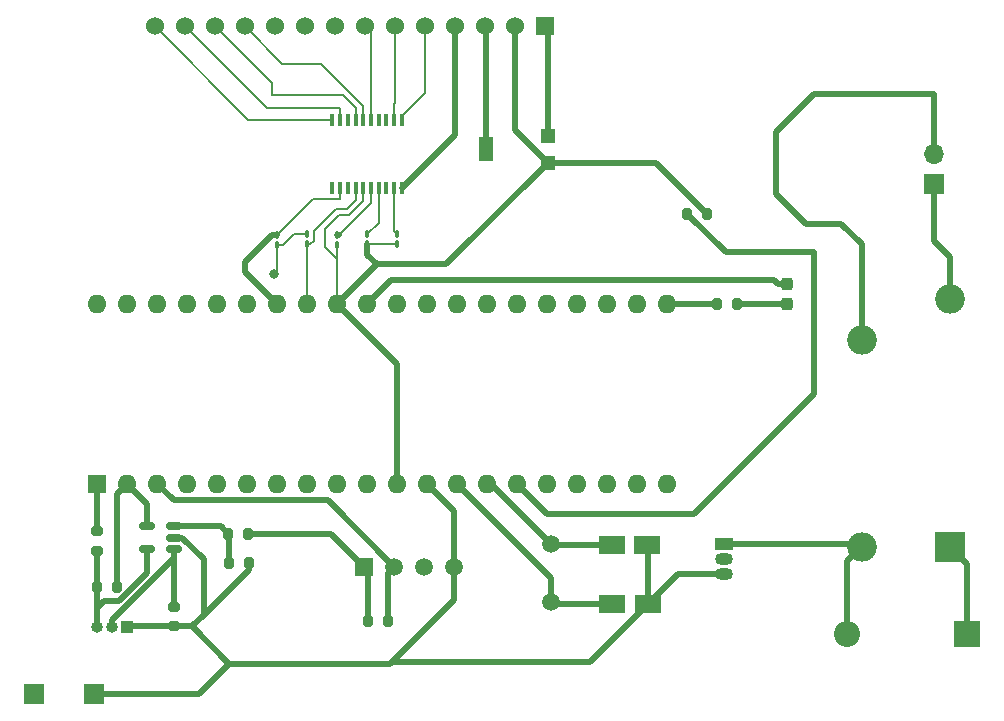
<source format=gbr>
%TF.GenerationSoftware,KiCad,Pcbnew,7.0.9-7.0.9~ubuntu22.04.1*%
%TF.CreationDate,2023-12-03T21:32:25-03:00*%
%TF.ProjectId,smart_watering_system,736d6172-745f-4776-9174-6572696e675f,rev?*%
%TF.SameCoordinates,Original*%
%TF.FileFunction,Copper,L1,Top*%
%TF.FilePolarity,Positive*%
%FSLAX46Y46*%
G04 Gerber Fmt 4.6, Leading zero omitted, Abs format (unit mm)*
G04 Created by KiCad (PCBNEW 7.0.9-7.0.9~ubuntu22.04.1) date 2023-12-03 21:32:25*
%MOMM*%
%LPD*%
G01*
G04 APERTURE LIST*
G04 Aperture macros list*
%AMRoundRect*
0 Rectangle with rounded corners*
0 $1 Rounding radius*
0 $2 $3 $4 $5 $6 $7 $8 $9 X,Y pos of 4 corners*
0 Add a 4 corners polygon primitive as box body*
4,1,4,$2,$3,$4,$5,$6,$7,$8,$9,$2,$3,0*
0 Add four circle primitives for the rounded corners*
1,1,$1+$1,$2,$3*
1,1,$1+$1,$4,$5*
1,1,$1+$1,$6,$7*
1,1,$1+$1,$8,$9*
0 Add four rect primitives between the rounded corners*
20,1,$1+$1,$2,$3,$4,$5,0*
20,1,$1+$1,$4,$5,$6,$7,0*
20,1,$1+$1,$6,$7,$8,$9,0*
20,1,$1+$1,$8,$9,$2,$3,0*%
G04 Aperture macros list end*
%TA.AperFunction,ComponentPad*%
%ADD10R,1.700000X1.700000*%
%TD*%
%TA.AperFunction,ComponentPad*%
%ADD11O,1.700000X1.700000*%
%TD*%
%TA.AperFunction,SMDPad,CuDef*%
%ADD12RoundRect,0.100000X0.100000X-0.217500X0.100000X0.217500X-0.100000X0.217500X-0.100000X-0.217500X0*%
%TD*%
%TA.AperFunction,ComponentPad*%
%ADD13C,1.500000*%
%TD*%
%TA.AperFunction,SMDPad,CuDef*%
%ADD14RoundRect,0.200000X-0.200000X-0.275000X0.200000X-0.275000X0.200000X0.275000X-0.200000X0.275000X0*%
%TD*%
%TA.AperFunction,SMDPad,CuDef*%
%ADD15R,1.300000X1.300000*%
%TD*%
%TA.AperFunction,SMDPad,CuDef*%
%ADD16R,1.300000X2.000000*%
%TD*%
%TA.AperFunction,SMDPad,CuDef*%
%ADD17RoundRect,0.237500X-0.237500X0.287500X-0.237500X-0.287500X0.237500X-0.287500X0.237500X0.287500X0*%
%TD*%
%TA.AperFunction,SMDPad,CuDef*%
%ADD18RoundRect,0.100000X-0.100000X0.217500X-0.100000X-0.217500X0.100000X-0.217500X0.100000X0.217500X0*%
%TD*%
%TA.AperFunction,SMDPad,CuDef*%
%ADD19R,0.400000X1.000000*%
%TD*%
%TA.AperFunction,SMDPad,CuDef*%
%ADD20RoundRect,0.150000X0.512500X0.150000X-0.512500X0.150000X-0.512500X-0.150000X0.512500X-0.150000X0*%
%TD*%
%TA.AperFunction,ComponentPad*%
%ADD21R,1.500000X1.500000*%
%TD*%
%TA.AperFunction,ComponentPad*%
%ADD22R,1.524000X1.524000*%
%TD*%
%TA.AperFunction,ComponentPad*%
%ADD23C,1.524000*%
%TD*%
%TA.AperFunction,ComponentPad*%
%ADD24R,1.600000X1.600000*%
%TD*%
%TA.AperFunction,ComponentPad*%
%ADD25O,1.600000X1.600000*%
%TD*%
%TA.AperFunction,SMDPad,CuDef*%
%ADD26RoundRect,0.200000X-0.275000X0.200000X-0.275000X-0.200000X0.275000X-0.200000X0.275000X0.200000X0*%
%TD*%
%TA.AperFunction,SMDPad,CuDef*%
%ADD27RoundRect,0.200000X0.200000X0.275000X-0.200000X0.275000X-0.200000X-0.275000X0.200000X-0.275000X0*%
%TD*%
%TA.AperFunction,ComponentPad*%
%ADD28R,1.500000X1.050000*%
%TD*%
%TA.AperFunction,ComponentPad*%
%ADD29O,1.500000X1.050000*%
%TD*%
%TA.AperFunction,ComponentPad*%
%ADD30R,2.500000X2.500000*%
%TD*%
%TA.AperFunction,ComponentPad*%
%ADD31O,2.500000X2.500000*%
%TD*%
%TA.AperFunction,ComponentPad*%
%ADD32O,1.000000X1.000000*%
%TD*%
%TA.AperFunction,ComponentPad*%
%ADD33R,1.000000X1.000000*%
%TD*%
%TA.AperFunction,ComponentPad*%
%ADD34R,2.200000X2.200000*%
%TD*%
%TA.AperFunction,ComponentPad*%
%ADD35O,2.200000X2.200000*%
%TD*%
%TA.AperFunction,SMDPad,CuDef*%
%ADD36R,2.200000X1.600000*%
%TD*%
%TA.AperFunction,ViaPad*%
%ADD37C,0.800000*%
%TD*%
%TA.AperFunction,Conductor*%
%ADD38C,0.200000*%
%TD*%
%TA.AperFunction,Conductor*%
%ADD39C,0.500000*%
%TD*%
G04 APERTURE END LIST*
D10*
%TO.P,J4,1,Pin_1*%
%TO.N,GND*%
X73660000Y-160020000D03*
%TD*%
%TO.P,J3,1,Pin_1*%
%TO.N,VCC*%
X68580000Y-160020000D03*
%TD*%
%TO.P,J2,1,Pin_1*%
%TO.N,Net-(J2-Pin_1)*%
X144780000Y-116840000D03*
D11*
%TO.P,J2,2,Pin_2*%
%TO.N,Net-(J2-Pin_2)*%
X144780000Y-114300000D03*
%TD*%
D12*
%TO.P,R11,1*%
%TO.N,VCC*%
X89160000Y-122008343D03*
%TO.P,R11,2*%
%TO.N,Net-(U1-RB1{slash}AN10{slash}INT1{slash}SCK{slash}SCL)*%
X89160000Y-121193343D03*
%TD*%
D13*
%TO.P,Y1,1,1*%
%TO.N,Net-(U1-RA6{slash}OSC2{slash}CLKO)*%
X112338918Y-147344144D03*
%TO.P,Y1,2,2*%
%TO.N,Net-(U1-OSC1{slash}CLKI)*%
X112338918Y-152244144D03*
%TD*%
D14*
%TO.P,R5,2*%
%TO.N,Net-(U1-RA1{slash}AN1)*%
X98549914Y-153830424D03*
%TO.P,R5,1*%
%TO.N,VCC*%
X96899914Y-153830424D03*
%TD*%
D15*
%TO.P,RV1,1,1*%
%TO.N,GND*%
X112080000Y-112760000D03*
D16*
%TO.P,RV1,2,2*%
%TO.N,Net-(U3-VO)*%
X106880000Y-113910000D03*
D15*
%TO.P,RV1,3,3*%
%TO.N,VCC*%
X112080000Y-115060000D03*
%TD*%
D17*
%TO.P,D1,1,K*%
%TO.N,GND*%
X132362556Y-125288510D03*
%TO.P,D1,2,A*%
%TO.N,Net-(D1-A)*%
X132362556Y-127038510D03*
%TD*%
D12*
%TO.P,R12,1*%
%TO.N,VCC*%
X94240000Y-121980910D03*
%TO.P,R12,2*%
%TO.N,Net-(U6-A0)*%
X94240000Y-121165910D03*
%TD*%
D18*
%TO.P,R10,1*%
%TO.N,VCC*%
X91700000Y-121105000D03*
%TO.P,R10,2*%
%TO.N,Net-(U1-RB0{slash}AN12{slash}INT0{slash}FLT0{slash}SDI{slash}SDA)*%
X91700000Y-121920000D03*
%TD*%
D12*
%TO.P,R9,1*%
%TO.N,VCC*%
X99320000Y-121920000D03*
%TO.P,R9,2*%
%TO.N,Net-(U6-A2)*%
X99320000Y-121105000D03*
%TD*%
%TO.P,R8,1*%
%TO.N,VCC*%
X96810000Y-121920000D03*
%TO.P,R8,2*%
%TO.N,Net-(U6-A1)*%
X96810000Y-121105000D03*
%TD*%
D19*
%TO.P,U6,1,~{INT}*%
%TO.N,unconnected-(U6-~{INT}-Pad1)*%
X93855000Y-117200000D03*
%TO.P,U6,2,SCL*%
%TO.N,Net-(U1-RB1{slash}AN10{slash}INT1{slash}SCK{slash}SCL)*%
X94505000Y-117200000D03*
%TO.P,U6,3,NC*%
%TO.N,unconnected-(U6-NC-Pad3)*%
X95155000Y-117200000D03*
%TO.P,U6,4,SDA*%
%TO.N,Net-(U1-RB0{slash}AN12{slash}INT0{slash}FLT0{slash}SDI{slash}SDA)*%
X95805000Y-117200000D03*
%TO.P,U6,5,VDD*%
%TO.N,VCC*%
X96455000Y-117200000D03*
%TO.P,U6,6,A0*%
%TO.N,Net-(U6-A0)*%
X97105000Y-117200000D03*
%TO.P,U6,7,A1*%
%TO.N,Net-(U6-A1)*%
X97755000Y-117200000D03*
%TO.P,U6,8,NC*%
%TO.N,unconnected-(U6-NC-Pad8)*%
X98405000Y-117200000D03*
%TO.P,U6,9,A2*%
%TO.N,Net-(U6-A2)*%
X99055000Y-117200000D03*
%TO.P,U6,10,P0*%
%TO.N,Net-(U3-RS)*%
X99705000Y-117200000D03*
%TO.P,U6,11,P1*%
%TO.N,Net-(U3-R{slash}W)*%
X99705000Y-111400000D03*
%TO.P,U6,12,P2*%
%TO.N,Net-(U3-E)*%
X99055000Y-111400000D03*
%TO.P,U6,13,NC*%
%TO.N,unconnected-(U6-NC-Pad13)*%
X98405000Y-111400000D03*
%TO.P,U6,14,P3*%
%TO.N,unconnected-(U6-P3-Pad14)*%
X97755000Y-111400000D03*
%TO.P,U6,15,VSS*%
%TO.N,GND*%
X97105000Y-111400000D03*
%TO.P,U6,16,P4*%
%TO.N,Net-(U3-DB4)*%
X96455000Y-111400000D03*
%TO.P,U6,17,P5*%
%TO.N,Net-(U3-DB5)*%
X95805000Y-111400000D03*
%TO.P,U6,18,NC*%
%TO.N,unconnected-(U6-NC-Pad18)*%
X95155000Y-111400000D03*
%TO.P,U6,19,P6*%
%TO.N,Net-(U3-DB6)*%
X94505000Y-111400000D03*
%TO.P,U6,20,P7*%
%TO.N,Net-(U3-DB7)*%
X93855000Y-111400000D03*
%TD*%
D20*
%TO.P,U5,5,V+*%
%TO.N,VCC*%
X78164225Y-147754611D03*
%TO.P,U5,4*%
%TO.N,Net-(U1-RA0{slash}AN0)*%
X78164225Y-145854611D03*
%TO.P,U5,3,-*%
%TO.N,Net-(U5--)*%
X80439225Y-145854611D03*
%TO.P,U5,2,V-*%
%TO.N,GND*%
X80439225Y-146804611D03*
%TO.P,U5,1,+*%
%TO.N,Net-(J1-Pin_2)*%
X80439225Y-147754611D03*
%TD*%
D13*
%TO.P,U4,4,GND*%
%TO.N,GND*%
X104153139Y-149281690D03*
%TO.P,U4,3,NC*%
%TO.N,unconnected-(U4-NC-Pad3)*%
X101613139Y-149281690D03*
%TO.P,U4,2,DATA*%
%TO.N,Net-(U1-RA1{slash}AN1)*%
X99073139Y-149281690D03*
D21*
%TO.P,U4,1,VDD*%
%TO.N,VCC*%
X96533139Y-149281690D03*
%TD*%
D22*
%TO.P,U3,1,VSS*%
%TO.N,GND*%
X111840000Y-103500000D03*
D23*
%TO.P,U3,2,VDD*%
%TO.N,VCC*%
X109300000Y-103500000D03*
%TO.P,U3,3,VO*%
%TO.N,Net-(U3-VO)*%
X106760000Y-103500000D03*
%TO.P,U3,4,RS*%
%TO.N,Net-(U3-RS)*%
X104220000Y-103500000D03*
%TO.P,U3,5,R/W*%
%TO.N,Net-(U3-R{slash}W)*%
X101680000Y-103500000D03*
%TO.P,U3,6,E*%
%TO.N,Net-(U3-E)*%
X99140000Y-103500000D03*
%TO.P,U3,7,DB0*%
%TO.N,GND*%
X96600000Y-103500000D03*
%TO.P,U3,8,DB1*%
X94060000Y-103500000D03*
%TO.P,U3,9,DB2*%
X91520000Y-103500000D03*
%TO.P,U3,10,DB3*%
X88980000Y-103500000D03*
%TO.P,U3,11,DB4*%
%TO.N,Net-(U3-DB4)*%
X86440000Y-103500000D03*
%TO.P,U3,12,DB5*%
%TO.N,Net-(U3-DB5)*%
X83900000Y-103500000D03*
%TO.P,U3,13,DB6*%
%TO.N,Net-(U3-DB6)*%
X81360000Y-103500000D03*
%TO.P,U3,14,DB7*%
%TO.N,Net-(U3-DB7)*%
X78820000Y-103500000D03*
%TD*%
D24*
%TO.P,U1,1,Vpp/~{MCLR}/RE3*%
%TO.N,Net-(U1-Vpp{slash}~{MCLR}{slash}RE3)*%
X73920000Y-142240000D03*
D25*
%TO.P,U1,2,RA0/AN0*%
%TO.N,Net-(U1-RA0{slash}AN0)*%
X76460000Y-142240000D03*
%TO.P,U1,3,RA1/AN1*%
%TO.N,Net-(U1-RA1{slash}AN1)*%
X79000000Y-142240000D03*
%TO.P,U1,4,RA2/AN2/Vref-/CVref*%
%TO.N,unconnected-(U1-RA2{slash}AN2{slash}Vref-{slash}CVref-Pad4)*%
X81540000Y-142240000D03*
%TO.P,U1,5,RA3/AN3/Vref+*%
%TO.N,unconnected-(U1-RA3{slash}AN3{slash}Vref+-Pad5)*%
X84080000Y-142240000D03*
%TO.P,U1,6,RA4/T0CKI/C1OUT/RCV*%
%TO.N,unconnected-(U1-RA4{slash}T0CKI{slash}C1OUT{slash}RCV-Pad6)*%
X86620000Y-142240000D03*
%TO.P,U1,7,RA5/AN4/~{SS}/HLVDIN/C2OUT*%
%TO.N,unconnected-(U1-RA5{slash}AN4{slash}~{SS}{slash}HLVDIN{slash}C2OUT-Pad7)*%
X89160000Y-142240000D03*
%TO.P,U1,8,CK1SPP/AN5/RE0*%
%TO.N,unconnected-(U1-CK1SPP{slash}AN5{slash}RE0-Pad8)*%
X91700000Y-142240000D03*
%TO.P,U1,9,CK2SPP/AN6/RE1*%
%TO.N,unconnected-(U1-CK2SPP{slash}AN6{slash}RE1-Pad9)*%
X94240000Y-142240000D03*
%TO.P,U1,10,OESPP/AN7/RE2*%
%TO.N,unconnected-(U1-OESPP{slash}AN7{slash}RE2-Pad10)*%
X96780000Y-142240000D03*
%TO.P,U1,11,VDD*%
%TO.N,VCC*%
X99320000Y-142240000D03*
%TO.P,U1,12,VSS*%
%TO.N,GND*%
X101860000Y-142240000D03*
%TO.P,U1,13,OSC1/CLKI*%
%TO.N,Net-(U1-OSC1{slash}CLKI)*%
X104400000Y-142240000D03*
%TO.P,U1,14,RA6/OSC2/CLKO*%
%TO.N,Net-(U1-RA6{slash}OSC2{slash}CLKO)*%
X106940000Y-142240000D03*
%TO.P,U1,15,T1OSO/T13CKI/RC0*%
%TO.N,Net-(U1-T1OSO{slash}T13CKI{slash}RC0)*%
X109480000Y-142240000D03*
%TO.P,U1,16,~{UOE}/CCP2/T1OSI/RC1*%
%TO.N,unconnected-(U1-~{UOE}{slash}CCP2{slash}T1OSI{slash}RC1-Pad16)*%
X112020000Y-142240000D03*
%TO.P,U1,17,P1A/CCP1/RC2*%
%TO.N,unconnected-(U1-P1A{slash}CCP1{slash}RC2-Pad17)*%
X114560000Y-142240000D03*
%TO.P,U1,18,VUSB*%
%TO.N,unconnected-(U1-VUSB-Pad18)*%
X117100000Y-142240000D03*
%TO.P,U1,19,SPP0/RD0*%
%TO.N,unconnected-(U1-SPP0{slash}RD0-Pad19)*%
X119640000Y-142240000D03*
%TO.P,U1,20,SPP1/RD1*%
%TO.N,unconnected-(U1-SPP1{slash}RD1-Pad20)*%
X122180000Y-142240000D03*
%TO.P,U1,21,SPP2/RD2*%
%TO.N,Net-(U1-SPP2{slash}RD2)*%
X122180000Y-127000000D03*
%TO.P,U1,22,SPP3/RD3*%
%TO.N,unconnected-(U1-SPP3{slash}RD3-Pad22)*%
X119640000Y-127000000D03*
%TO.P,U1,23,VM/D-/RC4*%
%TO.N,unconnected-(U1-VM{slash}D-{slash}RC4-Pad23)*%
X117100000Y-127000000D03*
%TO.P,U1,24,VP/D+/RC5*%
%TO.N,unconnected-(U1-VP{slash}D+{slash}RC5-Pad24)*%
X114560000Y-127000000D03*
%TO.P,U1,25,TX/CK/RC6*%
%TO.N,unconnected-(U1-TX{slash}CK{slash}RC6-Pad25)*%
X112020000Y-127000000D03*
%TO.P,U1,26,SDO/RX/DT/RC7*%
%TO.N,unconnected-(U1-SDO{slash}RX{slash}DT{slash}RC7-Pad26)*%
X109480000Y-127000000D03*
%TO.P,U1,27,SPP4/RD4*%
%TO.N,unconnected-(U1-SPP4{slash}RD4-Pad27)*%
X106940000Y-127000000D03*
%TO.P,U1,28,P1B/SPP5/RD5*%
%TO.N,unconnected-(U1-P1B{slash}SPP5{slash}RD5-Pad28)*%
X104400000Y-127000000D03*
%TO.P,U1,29,P1C/SPP6/RD6*%
%TO.N,unconnected-(U1-P1C{slash}SPP6{slash}RD6-Pad29)*%
X101860000Y-127000000D03*
%TO.P,U1,30,P1D/SPP7/RD7*%
%TO.N,unconnected-(U1-P1D{slash}SPP7{slash}RD7-Pad30)*%
X99320000Y-127000000D03*
%TO.P,U1,31,VSS*%
%TO.N,GND*%
X96780000Y-127000000D03*
%TO.P,U1,32,VDD*%
%TO.N,VCC*%
X94240000Y-127000000D03*
%TO.P,U1,33,RB0/AN12/INT0/FLT0/SDI/SDA*%
%TO.N,Net-(U1-RB0{slash}AN12{slash}INT0{slash}FLT0{slash}SDI{slash}SDA)*%
X91700000Y-127000000D03*
%TO.P,U1,34,RB1/AN10/INT1/SCK/SCL*%
%TO.N,Net-(U1-RB1{slash}AN10{slash}INT1{slash}SCK{slash}SCL)*%
X89160000Y-127000000D03*
%TO.P,U1,35,RB2/AN8/INT2/VMO*%
%TO.N,unconnected-(U1-RB2{slash}AN8{slash}INT2{slash}VMO-Pad35)*%
X86620000Y-127000000D03*
%TO.P,U1,36,RB3/AN9/CCP2/VPO*%
%TO.N,unconnected-(U1-RB3{slash}AN9{slash}CCP2{slash}VPO-Pad36)*%
X84080000Y-127000000D03*
%TO.P,U1,37,RB4/AN11/KBI0/CSSPP*%
%TO.N,unconnected-(U1-RB4{slash}AN11{slash}KBI0{slash}CSSPP-Pad37)*%
X81540000Y-127000000D03*
%TO.P,U1,38,RB5/KBI1/PGM*%
%TO.N,unconnected-(U1-RB5{slash}KBI1{slash}PGM-Pad38)*%
X79000000Y-127000000D03*
%TO.P,U1,39,RB6/KBI2/PGC*%
%TO.N,unconnected-(U1-RB6{slash}KBI2{slash}PGC-Pad39)*%
X76460000Y-127000000D03*
%TO.P,U1,40,RB7/KBI3/PGD*%
%TO.N,unconnected-(U1-RB7{slash}KBI3{slash}PGD-Pad40)*%
X73920000Y-127000000D03*
%TD*%
D14*
%TO.P,R13,1*%
%TO.N,Net-(U1-T1OSO{slash}T13CKI{slash}RC0)*%
X123895000Y-119380000D03*
%TO.P,R13,2*%
%TO.N,VCC*%
X125545000Y-119380000D03*
%TD*%
%TO.P,R7,1*%
%TO.N,Net-(U1-SPP2{slash}RD2)*%
X126423019Y-127037290D03*
%TO.P,R7,2*%
%TO.N,Net-(D1-A)*%
X128073019Y-127037290D03*
%TD*%
D26*
%TO.P,R6,2*%
%TO.N,VCC*%
X73920000Y-147915439D03*
%TO.P,R6,1*%
%TO.N,Net-(U1-Vpp{slash}~{MCLR}{slash}RE3)*%
X73920000Y-146265439D03*
%TD*%
D14*
%TO.P,R4,2*%
%TO.N,Net-(U1-RA0{slash}AN0)*%
X75573625Y-150964051D03*
%TO.P,R4,1*%
%TO.N,VCC*%
X73923625Y-150964051D03*
%TD*%
D26*
%TO.P,R3,1*%
%TO.N,Net-(J1-Pin_2)*%
X80451476Y-152658570D03*
%TO.P,R3,2*%
%TO.N,GND*%
X80451476Y-154308570D03*
%TD*%
D14*
%TO.P,R2,1*%
%TO.N,Net-(U5--)*%
X85098449Y-148965287D03*
%TO.P,R2,2*%
%TO.N,GND*%
X86748449Y-148965287D03*
%TD*%
D27*
%TO.P,R1,1*%
%TO.N,VCC*%
X86694051Y-146495000D03*
%TO.P,R1,2*%
%TO.N,Net-(U5--)*%
X85044051Y-146495000D03*
%TD*%
D28*
%TO.P,Q1,1,C*%
%TO.N,Net-(D2-A)*%
X127000000Y-147320000D03*
D29*
%TO.P,Q1,2,B*%
%TO.N,VCC*%
X127000000Y-148590000D03*
%TO.P,Q1,3,E*%
%TO.N,GND*%
X127000000Y-149860000D03*
%TD*%
D30*
%TO.P,K1,1*%
%TO.N,Net-(D2-K)*%
X146157500Y-147567500D03*
D31*
%TO.P,K1,3*%
%TO.N,Net-(J2-Pin_1)*%
X146157500Y-126567500D03*
%TO.P,K1,5*%
%TO.N,Net-(J2-Pin_2)*%
X138657500Y-130067500D03*
%TO.P,K1,6*%
%TO.N,Net-(D2-A)*%
X138657500Y-147567500D03*
%TD*%
D32*
%TO.P,J1,3,Pin_3*%
%TO.N,VCC*%
X73894601Y-154344790D03*
%TO.P,J1,2,Pin_2*%
%TO.N,Net-(J1-Pin_2)*%
X75164601Y-154344790D03*
D33*
%TO.P,J1,1,Pin_1*%
%TO.N,GND*%
X76434601Y-154344790D03*
%TD*%
D34*
%TO.P,D2,1,K*%
%TO.N,Net-(D2-K)*%
X147580000Y-154940000D03*
D35*
%TO.P,D2,2,A*%
%TO.N,Net-(D2-A)*%
X137420000Y-154940000D03*
%TD*%
D36*
%TO.P,C2,1*%
%TO.N,Net-(U1-OSC1{slash}CLKI)*%
X117539128Y-152447222D03*
%TO.P,C2,2*%
%TO.N,GND*%
X120539128Y-152447222D03*
%TD*%
%TO.P,C1,1*%
%TO.N,Net-(U1-RA6{slash}OSC2{slash}CLKO)*%
X117506861Y-147422335D03*
%TO.P,C1,2*%
%TO.N,GND*%
X120506861Y-147422335D03*
%TD*%
D37*
%TO.N,VCC*%
X88900000Y-124460000D03*
%TD*%
D38*
%TO.N,VCC*%
X89160000Y-122008343D02*
X89160000Y-124200000D01*
X89160000Y-124200000D02*
X88900000Y-124460000D01*
D39*
X97591143Y-123648857D02*
X96810000Y-122867714D01*
X96810000Y-122867714D02*
X96810000Y-121920000D01*
D38*
X93210956Y-120650236D02*
X93210956Y-122182554D01*
%TO.N,Net-(U3-E)*%
X99140000Y-103500000D02*
X99140000Y-110041453D01*
X99140000Y-110041453D02*
X99055000Y-110126453D01*
X99055000Y-110126453D02*
X99055000Y-111400000D01*
D39*
%TO.N,GND*%
X73660000Y-160020000D02*
X82576853Y-160020000D01*
X82576853Y-160020000D02*
X85132951Y-157463902D01*
%TO.N,Net-(J2-Pin_1)*%
X146157500Y-123037500D02*
X144780000Y-121660000D01*
X144780000Y-121660000D02*
X144780000Y-116840000D01*
%TO.N,Net-(J2-Pin_2)*%
X138657500Y-130067500D02*
X138657500Y-121952500D01*
X138657500Y-121952500D02*
X136950531Y-120245531D01*
X136950531Y-120245531D02*
X133988981Y-120245531D01*
X133988981Y-120245531D02*
X131430764Y-117687314D01*
X131430764Y-117687314D02*
X131430764Y-112431345D01*
X131430764Y-112431345D02*
X134642109Y-109220000D01*
X134642109Y-109220000D02*
X144780000Y-109220000D01*
X144780000Y-109220000D02*
X144780000Y-114300000D01*
%TO.N,Net-(J2-Pin_1)*%
X146157500Y-126567500D02*
X146157500Y-123037500D01*
%TO.N,GND*%
X104151500Y-152066497D02*
X98898998Y-157318998D01*
X98898998Y-157318998D02*
X98754095Y-157463902D01*
X120539128Y-152447222D02*
X115667352Y-157318998D01*
X115667352Y-157318998D02*
X98898998Y-157318998D01*
%TO.N,VCC*%
X99320000Y-142240000D02*
X99320000Y-132080000D01*
X99320000Y-132080000D02*
X94240000Y-127000000D01*
%TO.N,GND*%
X96780000Y-127000000D02*
X98807620Y-124972380D01*
X98807620Y-124972380D02*
X131232116Y-124972380D01*
X131232116Y-124972380D02*
X131548246Y-125288510D01*
X131548246Y-125288510D02*
X132362556Y-125288510D01*
D38*
%TO.N,Net-(U1-RB0{slash}AN12{slash}INT0{slash}FLT0{slash}SDI{slash}SDA)*%
X91700000Y-121920000D02*
X91700000Y-127000000D01*
%TO.N,VCC*%
X94240000Y-127000000D02*
X94240000Y-123211598D01*
X94369783Y-119491409D02*
X93210956Y-120650236D01*
X94240000Y-123211598D02*
X94240000Y-121980910D01*
X93210956Y-122182554D02*
X94240000Y-123211598D01*
%TO.N,Net-(U1-RB0{slash}AN12{slash}INT0{slash}FLT0{slash}SDI{slash}SDA)*%
X91700000Y-121920000D02*
X91983088Y-121920000D01*
X92250000Y-121653088D02*
X92250000Y-120833375D01*
X95063591Y-118941409D02*
X95805000Y-118200000D01*
X91983088Y-121920000D02*
X92250000Y-121653088D01*
X92250000Y-120833375D02*
X94141966Y-118941409D01*
X94141966Y-118941409D02*
X95063591Y-118941409D01*
X95805000Y-118200000D02*
X95805000Y-117200000D01*
%TO.N,VCC*%
X91700000Y-121105000D02*
X90591082Y-121105000D01*
X90591082Y-121105000D02*
X89687739Y-122008343D01*
X89687739Y-122008343D02*
X89160000Y-122008343D01*
D39*
%TO.N,Net-(U3-RS)*%
X99705000Y-117200000D02*
X104220000Y-112685000D01*
X104220000Y-112685000D02*
X104220000Y-103500000D01*
D38*
%TO.N,Net-(U3-R{slash}W)*%
X99705000Y-111400000D02*
X99705000Y-111133484D01*
X99705000Y-111133484D02*
X101680000Y-109158484D01*
X101680000Y-109158484D02*
X101680000Y-103500000D01*
D39*
%TO.N,VCC*%
X94240000Y-127000000D02*
X97591143Y-123648857D01*
X97591143Y-123648857D02*
X103491143Y-123648857D01*
X103491143Y-123648857D02*
X112080000Y-115060000D01*
%TO.N,Net-(U6-A0)*%
X94240000Y-121165910D02*
X94439999Y-121165910D01*
D38*
X94439999Y-121165910D02*
X97105000Y-118500909D01*
X97105000Y-118500909D02*
X97105000Y-117200000D01*
%TO.N,VCC*%
X95291408Y-119491409D02*
X94369783Y-119491409D01*
X96455000Y-117200000D02*
X96455000Y-118327817D01*
X96455000Y-118327817D02*
X95291408Y-119491409D01*
%TO.N,Net-(U6-A2)*%
X99320000Y-121105000D02*
X99055000Y-120840000D01*
X99055000Y-120840000D02*
X99055000Y-117200000D01*
%TO.N,Net-(U6-A1)*%
X96810000Y-121105000D02*
X97755000Y-120160000D01*
X97755000Y-120160000D02*
X97755000Y-117200000D01*
D39*
%TO.N,Net-(U1-RB1{slash}AN10{slash}INT1{slash}SCK{slash}SCL)*%
X86427786Y-124267786D02*
X86427786Y-123481749D01*
X89160000Y-127000000D02*
X86427786Y-124267786D01*
X86427786Y-123481749D02*
X88716192Y-121193343D01*
X88716192Y-121193343D02*
X89160000Y-121193343D01*
D38*
%TO.N,VCC*%
X99320000Y-121920000D02*
X96810000Y-121920000D01*
%TO.N,Net-(U1-RB1{slash}AN10{slash}INT1{slash}SCK{slash}SCL)*%
X89160000Y-121193343D02*
X92203343Y-118150000D01*
X92203343Y-118150000D02*
X94505000Y-118150000D01*
X94505000Y-118150000D02*
X94505000Y-117200000D01*
D39*
%TO.N,GND*%
X104153139Y-149281690D02*
X104153139Y-150342350D01*
X104153139Y-150342350D02*
X104151500Y-150343989D01*
X104151500Y-150343989D02*
X104151500Y-152066497D01*
X98754095Y-157463902D02*
X85132951Y-157463902D01*
X85132951Y-157463902D02*
X81977619Y-154308570D01*
D38*
%TO.N,Net-(U3-E)*%
X99055000Y-103585000D02*
X99140000Y-103500000D01*
%TO.N,GND*%
X97105000Y-111400000D02*
X97105000Y-104005000D01*
X97105000Y-104005000D02*
X96600000Y-103500000D01*
%TO.N,Net-(U3-DB4)*%
X96455000Y-111400000D02*
X96455000Y-110272183D01*
X96455000Y-110272183D02*
X92862817Y-106680000D01*
X92862817Y-106680000D02*
X89620000Y-106680000D01*
X89620000Y-106680000D02*
X86440000Y-103500000D01*
%TO.N,Net-(U3-DB5)*%
X94727223Y-109322223D02*
X88712590Y-109322223D01*
X95805000Y-110400000D02*
X94727223Y-109322223D01*
X95805000Y-111400000D02*
X95805000Y-110400000D01*
X88712590Y-109322223D02*
X88712590Y-108312590D01*
X88712590Y-108312590D02*
X83900000Y-103500000D01*
%TO.N,Net-(U3-DB6)*%
X94505000Y-111400000D02*
X94505000Y-110450000D01*
X94505000Y-110450000D02*
X88310000Y-110450000D01*
X88310000Y-110450000D02*
X81360000Y-103500000D01*
%TO.N,Net-(U3-DB7)*%
X93855000Y-111400000D02*
X86720000Y-111400000D01*
X86720000Y-111400000D02*
X78820000Y-103500000D01*
D39*
%TO.N,Net-(U1-T1OSO{slash}T13CKI{slash}RC0)*%
X134604851Y-134635149D02*
X124460000Y-144780000D01*
X134604851Y-122654670D02*
X134604851Y-134635149D01*
X123895000Y-119380000D02*
X127169670Y-122654670D01*
X124460000Y-144780000D02*
X112020000Y-144780000D01*
X127169670Y-122654670D02*
X134604851Y-122654670D01*
X112020000Y-144780000D02*
X109480000Y-142240000D01*
%TO.N,VCC*%
X125545000Y-119380000D02*
X121225000Y-115060000D01*
X121225000Y-115060000D02*
X112080000Y-115060000D01*
X109300000Y-103500000D02*
X109300000Y-112280000D01*
X109300000Y-112280000D02*
X112080000Y-115060000D01*
%TO.N,GND*%
X112080000Y-112760000D02*
X112080000Y-103740000D01*
X112080000Y-103740000D02*
X111840000Y-103500000D01*
%TO.N,Net-(U3-VO)*%
X106880000Y-113910000D02*
X106880000Y-103620000D01*
X106880000Y-103620000D02*
X106760000Y-103500000D01*
%TO.N,VCC*%
X96533139Y-149281690D02*
X94275725Y-147024275D01*
X86694051Y-146495000D02*
X93746450Y-146495000D01*
X93746450Y-146495000D02*
X94275725Y-147024275D01*
%TO.N,GND*%
X86748449Y-148965287D02*
X86748449Y-149537740D01*
X86748449Y-149537740D02*
X82945732Y-153340457D01*
%TO.N,Net-(U5--)*%
X85098449Y-148965287D02*
X85098449Y-146549398D01*
X85098449Y-146549398D02*
X85044051Y-146495000D01*
%TO.N,GND*%
X81977619Y-154308570D02*
X82945732Y-153340457D01*
X80451476Y-154308570D02*
X81977619Y-154308570D01*
X82945732Y-153340457D02*
X82945732Y-148648619D01*
X82945732Y-148648619D02*
X81101724Y-146804611D01*
X81101724Y-146804611D02*
X80439225Y-146804611D01*
X80451476Y-154308570D02*
X76470821Y-154308570D01*
X76470821Y-154308570D02*
X76434601Y-154344790D01*
%TO.N,Net-(J1-Pin_2)*%
X80451476Y-152658570D02*
X80451476Y-147766862D01*
X80451476Y-147766862D02*
X80439225Y-147754611D01*
%TO.N,Net-(U5--)*%
X85057560Y-146481491D02*
X85044051Y-146495000D01*
X85044051Y-146495000D02*
X84403662Y-145854611D01*
X84403662Y-145854611D02*
X80439225Y-145854611D01*
%TO.N,Net-(U1-RA1{slash}AN1)*%
X99073139Y-149281690D02*
X93445725Y-143654276D01*
X93445725Y-143654276D02*
X80414276Y-143654276D01*
X80414276Y-143654276D02*
X79000000Y-142240000D01*
%TO.N,Net-(U1-RA0{slash}AN0)*%
X75573625Y-150964051D02*
X75573625Y-143126375D01*
X75573625Y-143126375D02*
X76460000Y-142240000D01*
X78164225Y-145854611D02*
X78164225Y-143944225D01*
X78164225Y-143944225D02*
X76460000Y-142240000D01*
%TO.N,Net-(U1-Vpp{slash}~{MCLR}{slash}RE3)*%
X73920000Y-146265439D02*
X73920000Y-142240000D01*
%TO.N,Net-(D1-A)*%
X128073019Y-127037290D02*
X132361336Y-127037290D01*
X132361336Y-127037290D02*
X132362556Y-127038510D01*
%TO.N,Net-(U1-SPP2{slash}RD2)*%
X126423019Y-127037290D02*
X122217290Y-127037290D01*
X122217290Y-127037290D02*
X122180000Y-127000000D01*
%TO.N,Net-(D2-A)*%
X127000000Y-147320000D02*
X138410000Y-147320000D01*
X138410000Y-147320000D02*
X138657500Y-147567500D01*
X137420000Y-154940000D02*
X137420000Y-148805000D01*
X137420000Y-148805000D02*
X138657500Y-147567500D01*
%TO.N,Net-(D2-K)*%
X147580000Y-154940000D02*
X147580000Y-148990000D01*
X147580000Y-148990000D02*
X146157500Y-147567500D01*
%TO.N,GND*%
X104153139Y-149281690D02*
X104153139Y-144533139D01*
X104153139Y-144533139D02*
X101860000Y-142240000D01*
X127000000Y-149860000D02*
X123126350Y-149860000D01*
X123126350Y-149860000D02*
X120539128Y-152447222D01*
X120539128Y-152447222D02*
X120539128Y-147454602D01*
X120539128Y-147454602D02*
X120506861Y-147422335D01*
%TO.N,Net-(U1-RA6{slash}OSC2{slash}CLKO)*%
X117506861Y-147422335D02*
X112417109Y-147422335D01*
X112417109Y-147422335D02*
X112338918Y-147344144D01*
%TO.N,Net-(U1-OSC1{slash}CLKI)*%
X117539128Y-152447222D02*
X112541996Y-152447222D01*
X112541996Y-152447222D02*
X112338918Y-152244144D01*
X112338918Y-152244144D02*
X112338918Y-150178918D01*
X112338918Y-150178918D02*
X104400000Y-142240000D01*
%TO.N,Net-(U1-RA6{slash}OSC2{slash}CLKO)*%
X112338918Y-147344144D02*
X107234774Y-142240000D01*
X107234774Y-142240000D02*
X106940000Y-142240000D01*
%TO.N,Net-(U1-RA1{slash}AN1)*%
X98549914Y-153830424D02*
X98549914Y-149804915D01*
X98549914Y-149804915D02*
X99073139Y-149281690D01*
%TO.N,VCC*%
X96899914Y-153830424D02*
X96899914Y-149648465D01*
X96899914Y-149648465D02*
X96533139Y-149281690D01*
%TO.N,Net-(J1-Pin_2)*%
X75164601Y-154344790D02*
X75164601Y-153762805D01*
X80439225Y-148488181D02*
X80439225Y-147754611D01*
X75164601Y-153762805D02*
X80439225Y-148488181D01*
%TO.N,VCC*%
X73923625Y-150964051D02*
X73923625Y-154315766D01*
X73923625Y-154315766D02*
X73894601Y-154344790D01*
X75739361Y-152198095D02*
X74492353Y-152198095D01*
X78164225Y-149773231D02*
X75739361Y-152198095D01*
X78164225Y-147754611D02*
X78164225Y-149773231D01*
X74492353Y-152198095D02*
X73894601Y-152795847D01*
X73894601Y-152795847D02*
X73894601Y-154344790D01*
X73923625Y-150964051D02*
X73923625Y-147919064D01*
X73923625Y-147919064D02*
X73920000Y-147915439D01*
%TD*%
M02*

</source>
